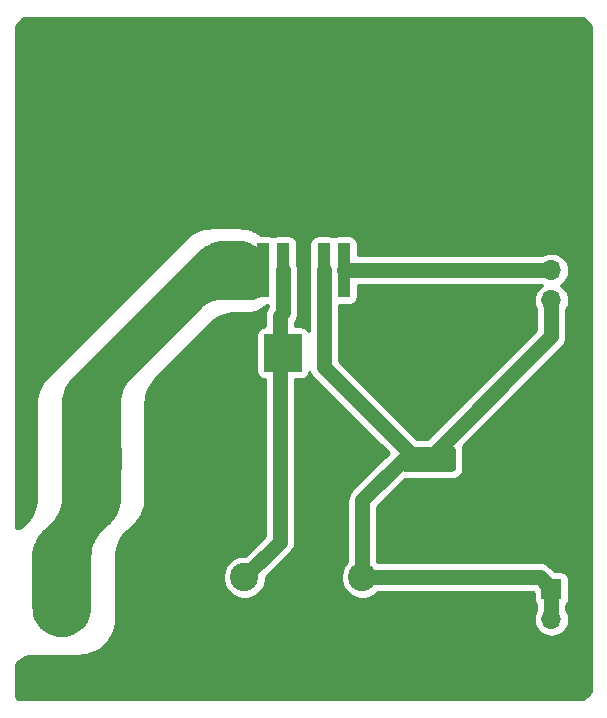
<source format=gbr>
G04 #@! TF.GenerationSoftware,KiCad,Pcbnew,(5.1.2-1)-1*
G04 #@! TF.CreationDate,2020-02-13T23:28:20-08:00*
G04 #@! TF.ProjectId,LM2576,4c4d3235-3736-42e6-9b69-6361645f7063,rev?*
G04 #@! TF.SameCoordinates,Original*
G04 #@! TF.FileFunction,Copper,L1,Top*
G04 #@! TF.FilePolarity,Positive*
%FSLAX46Y46*%
G04 Gerber Fmt 4.6, Leading zero omitted, Abs format (unit mm)*
G04 Created by KiCad (PCBNEW (5.1.2-1)-1) date 2020-02-13 23:28:20*
%MOMM*%
%LPD*%
G04 APERTURE LIST*
%ADD10O,1.700000X1.700000*%
%ADD11R,1.700000X1.700000*%
%ADD12R,10.800000X9.400000*%
%ADD13R,1.100000X4.600000*%
%ADD14C,2.400000*%
%ADD15R,3.200000X3.200000*%
%ADD16O,3.200000X3.200000*%
%ADD17C,0.100000*%
%ADD18C,2.100000*%
%ADD19C,1.270000*%
%ADD20C,0.254000*%
G04 APERTURE END LIST*
D10*
X50960000Y-67500000D03*
D11*
X53500000Y-67500000D03*
D10*
X23000000Y-68000000D03*
D11*
X20460000Y-68000000D03*
D12*
X37000000Y-24850000D03*
D13*
X40400000Y-34000000D03*
X38700000Y-34000000D03*
X37000000Y-34000000D03*
X35300000Y-34000000D03*
X33600000Y-34000000D03*
D14*
X42000000Y-60000000D03*
X32000000Y-60000000D03*
D10*
X58000000Y-36540000D03*
X58000000Y-34000000D03*
D11*
X58000000Y-31460000D03*
D10*
X58000000Y-63540000D03*
D11*
X58000000Y-61000000D03*
D10*
X16000000Y-61000000D03*
D11*
X16000000Y-63540000D03*
D15*
X35260000Y-41000000D03*
D16*
X50500000Y-41000000D03*
D17*
G36*
X58474504Y-48951204D02*
G01*
X58498773Y-48954804D01*
X58522571Y-48960765D01*
X58545671Y-48969030D01*
X58567849Y-48979520D01*
X58588893Y-48992133D01*
X58608598Y-49006747D01*
X58626777Y-49023223D01*
X58643253Y-49041402D01*
X58657867Y-49061107D01*
X58670480Y-49082151D01*
X58680970Y-49104329D01*
X58689235Y-49127429D01*
X58695196Y-49151227D01*
X58698796Y-49175496D01*
X58700000Y-49200000D01*
X58700000Y-50800000D01*
X58698796Y-50824504D01*
X58695196Y-50848773D01*
X58689235Y-50872571D01*
X58680970Y-50895671D01*
X58670480Y-50917849D01*
X58657867Y-50938893D01*
X58643253Y-50958598D01*
X58626777Y-50976777D01*
X58608598Y-50993253D01*
X58588893Y-51007867D01*
X58567849Y-51020480D01*
X58545671Y-51030970D01*
X58522571Y-51039235D01*
X58498773Y-51045196D01*
X58474504Y-51048796D01*
X58450000Y-51050000D01*
X54350000Y-51050000D01*
X54325496Y-51048796D01*
X54301227Y-51045196D01*
X54277429Y-51039235D01*
X54254329Y-51030970D01*
X54232151Y-51020480D01*
X54211107Y-51007867D01*
X54191402Y-50993253D01*
X54173223Y-50976777D01*
X54156747Y-50958598D01*
X54142133Y-50938893D01*
X54129520Y-50917849D01*
X54119030Y-50895671D01*
X54110765Y-50872571D01*
X54104804Y-50848773D01*
X54101204Y-50824504D01*
X54100000Y-50800000D01*
X54100000Y-49200000D01*
X54101204Y-49175496D01*
X54104804Y-49151227D01*
X54110765Y-49127429D01*
X54119030Y-49104329D01*
X54129520Y-49082151D01*
X54142133Y-49061107D01*
X54156747Y-49041402D01*
X54173223Y-49023223D01*
X54191402Y-49006747D01*
X54211107Y-48992133D01*
X54232151Y-48979520D01*
X54254329Y-48969030D01*
X54277429Y-48960765D01*
X54301227Y-48954804D01*
X54325496Y-48951204D01*
X54350000Y-48950000D01*
X58450000Y-48950000D01*
X58474504Y-48951204D01*
X58474504Y-48951204D01*
G37*
D18*
X56400000Y-50000000D03*
D17*
G36*
X49674504Y-48951204D02*
G01*
X49698773Y-48954804D01*
X49722571Y-48960765D01*
X49745671Y-48969030D01*
X49767849Y-48979520D01*
X49788893Y-48992133D01*
X49808598Y-49006747D01*
X49826777Y-49023223D01*
X49843253Y-49041402D01*
X49857867Y-49061107D01*
X49870480Y-49082151D01*
X49880970Y-49104329D01*
X49889235Y-49127429D01*
X49895196Y-49151227D01*
X49898796Y-49175496D01*
X49900000Y-49200000D01*
X49900000Y-50800000D01*
X49898796Y-50824504D01*
X49895196Y-50848773D01*
X49889235Y-50872571D01*
X49880970Y-50895671D01*
X49870480Y-50917849D01*
X49857867Y-50938893D01*
X49843253Y-50958598D01*
X49826777Y-50976777D01*
X49808598Y-50993253D01*
X49788893Y-51007867D01*
X49767849Y-51020480D01*
X49745671Y-51030970D01*
X49722571Y-51039235D01*
X49698773Y-51045196D01*
X49674504Y-51048796D01*
X49650000Y-51050000D01*
X45550000Y-51050000D01*
X45525496Y-51048796D01*
X45501227Y-51045196D01*
X45477429Y-51039235D01*
X45454329Y-51030970D01*
X45432151Y-51020480D01*
X45411107Y-51007867D01*
X45391402Y-50993253D01*
X45373223Y-50976777D01*
X45356747Y-50958598D01*
X45342133Y-50938893D01*
X45329520Y-50917849D01*
X45319030Y-50895671D01*
X45310765Y-50872571D01*
X45304804Y-50848773D01*
X45301204Y-50824504D01*
X45300000Y-50800000D01*
X45300000Y-49200000D01*
X45301204Y-49175496D01*
X45304804Y-49151227D01*
X45310765Y-49127429D01*
X45319030Y-49104329D01*
X45329520Y-49082151D01*
X45342133Y-49061107D01*
X45356747Y-49041402D01*
X45373223Y-49023223D01*
X45391402Y-49006747D01*
X45411107Y-48992133D01*
X45432151Y-48979520D01*
X45454329Y-48969030D01*
X45477429Y-48960765D01*
X45501227Y-48954804D01*
X45525496Y-48951204D01*
X45550000Y-48950000D01*
X49650000Y-48950000D01*
X49674504Y-48951204D01*
X49674504Y-48951204D01*
G37*
D18*
X47600000Y-50000000D03*
D17*
G36*
X28624504Y-48951204D02*
G01*
X28648773Y-48954804D01*
X28672571Y-48960765D01*
X28695671Y-48969030D01*
X28717849Y-48979520D01*
X28738893Y-48992133D01*
X28758598Y-49006747D01*
X28776777Y-49023223D01*
X28793253Y-49041402D01*
X28807867Y-49061107D01*
X28820480Y-49082151D01*
X28830970Y-49104329D01*
X28839235Y-49127429D01*
X28845196Y-49151227D01*
X28848796Y-49175496D01*
X28850000Y-49200000D01*
X28850000Y-50800000D01*
X28848796Y-50824504D01*
X28845196Y-50848773D01*
X28839235Y-50872571D01*
X28830970Y-50895671D01*
X28820480Y-50917849D01*
X28807867Y-50938893D01*
X28793253Y-50958598D01*
X28776777Y-50976777D01*
X28758598Y-50993253D01*
X28738893Y-51007867D01*
X28717849Y-51020480D01*
X28695671Y-51030970D01*
X28672571Y-51039235D01*
X28648773Y-51045196D01*
X28624504Y-51048796D01*
X28600000Y-51050000D01*
X24600000Y-51050000D01*
X24575496Y-51048796D01*
X24551227Y-51045196D01*
X24527429Y-51039235D01*
X24504329Y-51030970D01*
X24482151Y-51020480D01*
X24461107Y-51007867D01*
X24441402Y-50993253D01*
X24423223Y-50976777D01*
X24406747Y-50958598D01*
X24392133Y-50938893D01*
X24379520Y-50917849D01*
X24369030Y-50895671D01*
X24360765Y-50872571D01*
X24354804Y-50848773D01*
X24351204Y-50824504D01*
X24350000Y-50800000D01*
X24350000Y-49200000D01*
X24351204Y-49175496D01*
X24354804Y-49151227D01*
X24360765Y-49127429D01*
X24369030Y-49104329D01*
X24379520Y-49082151D01*
X24392133Y-49061107D01*
X24406747Y-49041402D01*
X24423223Y-49023223D01*
X24441402Y-49006747D01*
X24461107Y-48992133D01*
X24482151Y-48979520D01*
X24504329Y-48969030D01*
X24527429Y-48960765D01*
X24551227Y-48954804D01*
X24575496Y-48951204D01*
X24600000Y-48950000D01*
X28600000Y-48950000D01*
X28624504Y-48951204D01*
X28624504Y-48951204D01*
G37*
D18*
X26600000Y-50000000D03*
D17*
G36*
X21424504Y-48951204D02*
G01*
X21448773Y-48954804D01*
X21472571Y-48960765D01*
X21495671Y-48969030D01*
X21517849Y-48979520D01*
X21538893Y-48992133D01*
X21558598Y-49006747D01*
X21576777Y-49023223D01*
X21593253Y-49041402D01*
X21607867Y-49061107D01*
X21620480Y-49082151D01*
X21630970Y-49104329D01*
X21639235Y-49127429D01*
X21645196Y-49151227D01*
X21648796Y-49175496D01*
X21650000Y-49200000D01*
X21650000Y-50800000D01*
X21648796Y-50824504D01*
X21645196Y-50848773D01*
X21639235Y-50872571D01*
X21630970Y-50895671D01*
X21620480Y-50917849D01*
X21607867Y-50938893D01*
X21593253Y-50958598D01*
X21576777Y-50976777D01*
X21558598Y-50993253D01*
X21538893Y-51007867D01*
X21517849Y-51020480D01*
X21495671Y-51030970D01*
X21472571Y-51039235D01*
X21448773Y-51045196D01*
X21424504Y-51048796D01*
X21400000Y-51050000D01*
X17400000Y-51050000D01*
X17375496Y-51048796D01*
X17351227Y-51045196D01*
X17327429Y-51039235D01*
X17304329Y-51030970D01*
X17282151Y-51020480D01*
X17261107Y-51007867D01*
X17241402Y-50993253D01*
X17223223Y-50976777D01*
X17206747Y-50958598D01*
X17192133Y-50938893D01*
X17179520Y-50917849D01*
X17169030Y-50895671D01*
X17160765Y-50872571D01*
X17154804Y-50848773D01*
X17151204Y-50824504D01*
X17150000Y-50800000D01*
X17150000Y-49200000D01*
X17151204Y-49175496D01*
X17154804Y-49151227D01*
X17160765Y-49127429D01*
X17169030Y-49104329D01*
X17179520Y-49082151D01*
X17192133Y-49061107D01*
X17206747Y-49041402D01*
X17223223Y-49023223D01*
X17241402Y-49006747D01*
X17261107Y-48992133D01*
X17282151Y-48979520D01*
X17304329Y-48969030D01*
X17327429Y-48960765D01*
X17351227Y-48954804D01*
X17375496Y-48951204D01*
X17400000Y-48950000D01*
X21400000Y-48950000D01*
X21424504Y-48951204D01*
X21424504Y-48951204D01*
G37*
D18*
X19400000Y-50000000D03*
D19*
X42000000Y-60000000D02*
X57000000Y-60000000D01*
X57000000Y-60000000D02*
X58000000Y-61000000D01*
X58000000Y-61000000D02*
X58000000Y-63500000D01*
X42000000Y-53500000D02*
X42000000Y-60000000D01*
X45500000Y-50000000D02*
X42000000Y-53500000D01*
X47600000Y-50000000D02*
X45500000Y-50000000D01*
X47600000Y-50000000D02*
X58000000Y-39600000D01*
X58000000Y-39600000D02*
X58000000Y-36500000D01*
X38700000Y-42200000D02*
X46500000Y-50000000D01*
X46500000Y-50000000D02*
X48000000Y-50000000D01*
X38700000Y-34000000D02*
X38700000Y-42200000D01*
X35300000Y-37570000D02*
X35000000Y-37870000D01*
X35300000Y-34000000D02*
X35300000Y-37570000D01*
X35000000Y-37870000D02*
X35000000Y-57000000D01*
X35000000Y-57000000D02*
X32000000Y-60000000D01*
X40400000Y-34000000D02*
X58000000Y-34000000D01*
D20*
G36*
X31809701Y-31647571D02*
G01*
X32114109Y-31708121D01*
X32408001Y-31807885D01*
X32686361Y-31945156D01*
X32944427Y-32117591D01*
X33177772Y-32322228D01*
X33382409Y-32555573D01*
X33554844Y-32813639D01*
X33692115Y-33091999D01*
X33791879Y-33385891D01*
X33852429Y-33690299D01*
X33873000Y-34004156D01*
X33873000Y-34995004D01*
X33855708Y-35214726D01*
X33805428Y-35424157D01*
X33723001Y-35623152D01*
X33610463Y-35806797D01*
X33470579Y-35970579D01*
X33306797Y-36110463D01*
X33123152Y-36223001D01*
X32924157Y-36305428D01*
X32714726Y-36355708D01*
X32495004Y-36373000D01*
X30000000Y-36373000D01*
X29991694Y-36373272D01*
X29676576Y-36393926D01*
X29660106Y-36396094D01*
X29350380Y-36457702D01*
X29334333Y-36462002D01*
X29035297Y-36563511D01*
X29019949Y-36569868D01*
X28736722Y-36709540D01*
X28722335Y-36717846D01*
X28459762Y-36893292D01*
X28446583Y-36903405D01*
X28209156Y-37111623D01*
X28203090Y-37117304D01*
X22288877Y-43031517D01*
X22283983Y-43036694D01*
X22059809Y-43287545D01*
X22050930Y-43298680D01*
X21856251Y-43573053D01*
X21848674Y-43585112D01*
X21685940Y-43879557D01*
X21679760Y-43892388D01*
X21551017Y-44203203D01*
X21546314Y-44216646D01*
X21453180Y-44539920D01*
X21450010Y-44553805D01*
X21393657Y-44885474D01*
X21392063Y-44899626D01*
X21373200Y-45235520D01*
X21373000Y-45242641D01*
X21373000Y-53253799D01*
X21354737Y-53579006D01*
X21300772Y-53896625D01*
X21211591Y-54206177D01*
X21088300Y-54503828D01*
X20932471Y-54785781D01*
X20746049Y-55048516D01*
X20529001Y-55291393D01*
X19788877Y-56031517D01*
X19783983Y-56036694D01*
X19559809Y-56287545D01*
X19550930Y-56298680D01*
X19356251Y-56573053D01*
X19348674Y-56585112D01*
X19185940Y-56879557D01*
X19179760Y-56892388D01*
X19051017Y-57203203D01*
X19046314Y-57216646D01*
X18953180Y-57539920D01*
X18950010Y-57553805D01*
X18893657Y-57885474D01*
X18892063Y-57899626D01*
X18873200Y-58235520D01*
X18873000Y-58242641D01*
X18873000Y-62495844D01*
X18852429Y-62809701D01*
X18791879Y-63114109D01*
X18692115Y-63408001D01*
X18554844Y-63686361D01*
X18382409Y-63944427D01*
X18177772Y-64177772D01*
X17944427Y-64382409D01*
X17686361Y-64554844D01*
X17408001Y-64692115D01*
X17114109Y-64791879D01*
X16809701Y-64852429D01*
X16500000Y-64872728D01*
X16190299Y-64852429D01*
X15885891Y-64791879D01*
X15591999Y-64692115D01*
X15313639Y-64554844D01*
X15055573Y-64382409D01*
X14822228Y-64177772D01*
X14617591Y-63944427D01*
X14445156Y-63686361D01*
X14307885Y-63408001D01*
X14208121Y-63114109D01*
X14147571Y-62809701D01*
X14127000Y-62495844D01*
X14127000Y-58246201D01*
X14145263Y-57920994D01*
X14199228Y-57603375D01*
X14288409Y-57293823D01*
X14411700Y-56996172D01*
X14567529Y-56714219D01*
X14753951Y-56451484D01*
X14970999Y-56208607D01*
X15711123Y-55468483D01*
X15716017Y-55463306D01*
X15940191Y-55212455D01*
X15949070Y-55201320D01*
X16143749Y-54926947D01*
X16151326Y-54914888D01*
X16314060Y-54620443D01*
X16320240Y-54607612D01*
X16448983Y-54296797D01*
X16453686Y-54283354D01*
X16546820Y-53960080D01*
X16549990Y-53946195D01*
X16606343Y-53614526D01*
X16607937Y-53600374D01*
X16626800Y-53264480D01*
X16627000Y-53257359D01*
X16627000Y-45246201D01*
X16645263Y-44920994D01*
X16699228Y-44603375D01*
X16788409Y-44293823D01*
X16911700Y-43996172D01*
X17067529Y-43714219D01*
X17253951Y-43451484D01*
X17470999Y-43208607D01*
X28208607Y-32470999D01*
X28451484Y-32253951D01*
X28714219Y-32067529D01*
X28996172Y-31911700D01*
X29293823Y-31788409D01*
X29603375Y-31699228D01*
X29920994Y-31645263D01*
X30246201Y-31627000D01*
X31495844Y-31627000D01*
X31809701Y-31647571D01*
X31809701Y-31647571D01*
G37*
X31809701Y-31647571D02*
X32114109Y-31708121D01*
X32408001Y-31807885D01*
X32686361Y-31945156D01*
X32944427Y-32117591D01*
X33177772Y-32322228D01*
X33382409Y-32555573D01*
X33554844Y-32813639D01*
X33692115Y-33091999D01*
X33791879Y-33385891D01*
X33852429Y-33690299D01*
X33873000Y-34004156D01*
X33873000Y-34995004D01*
X33855708Y-35214726D01*
X33805428Y-35424157D01*
X33723001Y-35623152D01*
X33610463Y-35806797D01*
X33470579Y-35970579D01*
X33306797Y-36110463D01*
X33123152Y-36223001D01*
X32924157Y-36305428D01*
X32714726Y-36355708D01*
X32495004Y-36373000D01*
X30000000Y-36373000D01*
X29991694Y-36373272D01*
X29676576Y-36393926D01*
X29660106Y-36396094D01*
X29350380Y-36457702D01*
X29334333Y-36462002D01*
X29035297Y-36563511D01*
X29019949Y-36569868D01*
X28736722Y-36709540D01*
X28722335Y-36717846D01*
X28459762Y-36893292D01*
X28446583Y-36903405D01*
X28209156Y-37111623D01*
X28203090Y-37117304D01*
X22288877Y-43031517D01*
X22283983Y-43036694D01*
X22059809Y-43287545D01*
X22050930Y-43298680D01*
X21856251Y-43573053D01*
X21848674Y-43585112D01*
X21685940Y-43879557D01*
X21679760Y-43892388D01*
X21551017Y-44203203D01*
X21546314Y-44216646D01*
X21453180Y-44539920D01*
X21450010Y-44553805D01*
X21393657Y-44885474D01*
X21392063Y-44899626D01*
X21373200Y-45235520D01*
X21373000Y-45242641D01*
X21373000Y-53253799D01*
X21354737Y-53579006D01*
X21300772Y-53896625D01*
X21211591Y-54206177D01*
X21088300Y-54503828D01*
X20932471Y-54785781D01*
X20746049Y-55048516D01*
X20529001Y-55291393D01*
X19788877Y-56031517D01*
X19783983Y-56036694D01*
X19559809Y-56287545D01*
X19550930Y-56298680D01*
X19356251Y-56573053D01*
X19348674Y-56585112D01*
X19185940Y-56879557D01*
X19179760Y-56892388D01*
X19051017Y-57203203D01*
X19046314Y-57216646D01*
X18953180Y-57539920D01*
X18950010Y-57553805D01*
X18893657Y-57885474D01*
X18892063Y-57899626D01*
X18873200Y-58235520D01*
X18873000Y-58242641D01*
X18873000Y-62495844D01*
X18852429Y-62809701D01*
X18791879Y-63114109D01*
X18692115Y-63408001D01*
X18554844Y-63686361D01*
X18382409Y-63944427D01*
X18177772Y-64177772D01*
X17944427Y-64382409D01*
X17686361Y-64554844D01*
X17408001Y-64692115D01*
X17114109Y-64791879D01*
X16809701Y-64852429D01*
X16500000Y-64872728D01*
X16190299Y-64852429D01*
X15885891Y-64791879D01*
X15591999Y-64692115D01*
X15313639Y-64554844D01*
X15055573Y-64382409D01*
X14822228Y-64177772D01*
X14617591Y-63944427D01*
X14445156Y-63686361D01*
X14307885Y-63408001D01*
X14208121Y-63114109D01*
X14147571Y-62809701D01*
X14127000Y-62495844D01*
X14127000Y-58246201D01*
X14145263Y-57920994D01*
X14199228Y-57603375D01*
X14288409Y-57293823D01*
X14411700Y-56996172D01*
X14567529Y-56714219D01*
X14753951Y-56451484D01*
X14970999Y-56208607D01*
X15711123Y-55468483D01*
X15716017Y-55463306D01*
X15940191Y-55212455D01*
X15949070Y-55201320D01*
X16143749Y-54926947D01*
X16151326Y-54914888D01*
X16314060Y-54620443D01*
X16320240Y-54607612D01*
X16448983Y-54296797D01*
X16453686Y-54283354D01*
X16546820Y-53960080D01*
X16549990Y-53946195D01*
X16606343Y-53614526D01*
X16607937Y-53600374D01*
X16626800Y-53264480D01*
X16627000Y-53257359D01*
X16627000Y-45246201D01*
X16645263Y-44920994D01*
X16699228Y-44603375D01*
X16788409Y-44293823D01*
X16911700Y-43996172D01*
X17067529Y-43714219D01*
X17253951Y-43451484D01*
X17470999Y-43208607D01*
X28208607Y-32470999D01*
X28451484Y-32253951D01*
X28714219Y-32067529D01*
X28996172Y-31911700D01*
X29293823Y-31788409D01*
X29603375Y-31699228D01*
X29920994Y-31645263D01*
X30246201Y-31627000D01*
X31495844Y-31627000D01*
X31809701Y-31647571D01*
G36*
X60791156Y-12753951D02*
G01*
X61031376Y-12968624D01*
X61246049Y-13208844D01*
X61340000Y-13341254D01*
X61340001Y-61967581D01*
X61340000Y-69658745D01*
X61246049Y-69791156D01*
X61031376Y-70031376D01*
X60791156Y-70246049D01*
X60658746Y-70340000D01*
X12850496Y-70340000D01*
X12749005Y-70250995D01*
X12660000Y-70149504D01*
X12660000Y-67350496D01*
X12749005Y-67249005D01*
X12957767Y-67065926D01*
X13188635Y-66911665D01*
X13437670Y-66788855D01*
X13700594Y-66699604D01*
X13972932Y-66645432D01*
X14254156Y-66627000D01*
X18000000Y-66627000D01*
X18007121Y-66626800D01*
X18343014Y-66607937D01*
X18357166Y-66606343D01*
X18688836Y-66549990D01*
X18702721Y-66546820D01*
X19025995Y-66453686D01*
X19039438Y-66448983D01*
X19350252Y-66320240D01*
X19363083Y-66314060D01*
X19657528Y-66151326D01*
X19669587Y-66143749D01*
X19943960Y-65949070D01*
X19955095Y-65940191D01*
X20205946Y-65716017D01*
X20216017Y-65705946D01*
X20440191Y-65455095D01*
X20449070Y-65443960D01*
X20643749Y-65169587D01*
X20651326Y-65157528D01*
X20814060Y-64863083D01*
X20820240Y-64850252D01*
X20948983Y-64539438D01*
X20953686Y-64525995D01*
X21046820Y-64202721D01*
X21049990Y-64188836D01*
X21106343Y-63857166D01*
X21107937Y-63843014D01*
X21126800Y-63507121D01*
X21127000Y-63500000D01*
X21127000Y-58246201D01*
X21145263Y-57920994D01*
X21199228Y-57603375D01*
X21288409Y-57293823D01*
X21411700Y-56996172D01*
X21567529Y-56714219D01*
X21753951Y-56451484D01*
X21970999Y-56208607D01*
X22711123Y-55468483D01*
X22716017Y-55463306D01*
X22940191Y-55212455D01*
X22949070Y-55201320D01*
X23143749Y-54926947D01*
X23151326Y-54914888D01*
X23314060Y-54620443D01*
X23320240Y-54607612D01*
X23448983Y-54296797D01*
X23453686Y-54283354D01*
X23546820Y-53960080D01*
X23549990Y-53946195D01*
X23606343Y-53614526D01*
X23607937Y-53600374D01*
X23626800Y-53264480D01*
X23627000Y-53257359D01*
X23627000Y-45246201D01*
X23645263Y-44920994D01*
X23699228Y-44603375D01*
X23788409Y-44293823D01*
X23911700Y-43996172D01*
X24067529Y-43714219D01*
X24253951Y-43451484D01*
X24470999Y-43208607D01*
X29208607Y-38470999D01*
X29451484Y-38253951D01*
X29714219Y-38067529D01*
X29996172Y-37911700D01*
X30293823Y-37788409D01*
X30603375Y-37699228D01*
X30920994Y-37645263D01*
X31246201Y-37627000D01*
X32250000Y-37627000D01*
X32258306Y-37626728D01*
X32551990Y-37607479D01*
X32568461Y-37605311D01*
X32857120Y-37547893D01*
X32873166Y-37543593D01*
X33151861Y-37448989D01*
X33167209Y-37442632D01*
X33431171Y-37312460D01*
X33445557Y-37304154D01*
X33690270Y-37140642D01*
X33703450Y-37130529D01*
X33922905Y-36938072D01*
X34030001Y-36938072D01*
X34030001Y-37050037D01*
X33938925Y-37161013D01*
X33820997Y-37381642D01*
X33748377Y-37621038D01*
X33730000Y-37807621D01*
X33730000Y-37807627D01*
X33723857Y-37870000D01*
X33730000Y-37932373D01*
X33730000Y-38761928D01*
X33660000Y-38761928D01*
X33535518Y-38774188D01*
X33415820Y-38810498D01*
X33305506Y-38869463D01*
X33208815Y-38948815D01*
X33129463Y-39045506D01*
X33070498Y-39155820D01*
X33034188Y-39275518D01*
X33021928Y-39400000D01*
X33021928Y-42600000D01*
X33034188Y-42724482D01*
X33070498Y-42844180D01*
X33129463Y-42954494D01*
X33208815Y-43051185D01*
X33305506Y-43130537D01*
X33415820Y-43189502D01*
X33535518Y-43225812D01*
X33660000Y-43238072D01*
X33730000Y-43238072D01*
X33730001Y-56473947D01*
X32038949Y-58165000D01*
X31819268Y-58165000D01*
X31464750Y-58235518D01*
X31130801Y-58373844D01*
X30830256Y-58574662D01*
X30574662Y-58830256D01*
X30373844Y-59130801D01*
X30235518Y-59464750D01*
X30165000Y-59819268D01*
X30165000Y-60180732D01*
X30235518Y-60535250D01*
X30373844Y-60869199D01*
X30574662Y-61169744D01*
X30830256Y-61425338D01*
X31130801Y-61626156D01*
X31464750Y-61764482D01*
X31819268Y-61835000D01*
X32180732Y-61835000D01*
X32535250Y-61764482D01*
X32869199Y-61626156D01*
X33169744Y-61425338D01*
X33425338Y-61169744D01*
X33626156Y-60869199D01*
X33764482Y-60535250D01*
X33835000Y-60180732D01*
X33835000Y-59961051D01*
X35853920Y-57942132D01*
X35902370Y-57902370D01*
X35942132Y-57853920D01*
X35942135Y-57853917D01*
X35983171Y-57803914D01*
X36061075Y-57708988D01*
X36179003Y-57488359D01*
X36251623Y-57248963D01*
X36270000Y-57062380D01*
X36276144Y-57000000D01*
X36270000Y-56937620D01*
X36270000Y-43238072D01*
X36860000Y-43238072D01*
X36984482Y-43225812D01*
X37104180Y-43189502D01*
X37214494Y-43130537D01*
X37311185Y-43051185D01*
X37390537Y-42954494D01*
X37449502Y-42844180D01*
X37485812Y-42724482D01*
X37497122Y-42609650D01*
X37520998Y-42688359D01*
X37638926Y-42908988D01*
X37797631Y-43102370D01*
X37846087Y-43142137D01*
X44203949Y-49500000D01*
X41146091Y-52557859D01*
X41097630Y-52597630D01*
X40938925Y-52791013D01*
X40820997Y-53011642D01*
X40748377Y-53251038D01*
X40730000Y-53437621D01*
X40730000Y-53437627D01*
X40723857Y-53500000D01*
X40730000Y-53562373D01*
X40730001Y-58674917D01*
X40574662Y-58830256D01*
X40373844Y-59130801D01*
X40235518Y-59464750D01*
X40165000Y-59819268D01*
X40165000Y-60180732D01*
X40235518Y-60535250D01*
X40373844Y-60869199D01*
X40574662Y-61169744D01*
X40830256Y-61425338D01*
X41130801Y-61626156D01*
X41464750Y-61764482D01*
X41819268Y-61835000D01*
X42180732Y-61835000D01*
X42535250Y-61764482D01*
X42869199Y-61626156D01*
X43169744Y-61425338D01*
X43325082Y-61270000D01*
X56473950Y-61270000D01*
X56511928Y-61307978D01*
X56511928Y-61850000D01*
X56524188Y-61974482D01*
X56560498Y-62094180D01*
X56619463Y-62204494D01*
X56698815Y-62301185D01*
X56730001Y-62326778D01*
X56730001Y-62765790D01*
X56621401Y-62968966D01*
X56536487Y-63248889D01*
X56507815Y-63540000D01*
X56536487Y-63831111D01*
X56621401Y-64111034D01*
X56759294Y-64369014D01*
X56944866Y-64595134D01*
X57170986Y-64780706D01*
X57428966Y-64918599D01*
X57708889Y-65003513D01*
X57927050Y-65025000D01*
X58072950Y-65025000D01*
X58291111Y-65003513D01*
X58571034Y-64918599D01*
X58829014Y-64780706D01*
X59055134Y-64595134D01*
X59240706Y-64369014D01*
X59378599Y-64111034D01*
X59463513Y-63831111D01*
X59492185Y-63540000D01*
X59463513Y-63248889D01*
X59378599Y-62968966D01*
X59270000Y-62765791D01*
X59270000Y-62326778D01*
X59301185Y-62301185D01*
X59380537Y-62204494D01*
X59439502Y-62094180D01*
X59475812Y-61974482D01*
X59488072Y-61850000D01*
X59488072Y-60150000D01*
X59475812Y-60025518D01*
X59439502Y-59905820D01*
X59380537Y-59795506D01*
X59301185Y-59698815D01*
X59204494Y-59619463D01*
X59094180Y-59560498D01*
X58974482Y-59524188D01*
X58850000Y-59511928D01*
X58307978Y-59511928D01*
X57942141Y-59146091D01*
X57902370Y-59097630D01*
X57708988Y-58938925D01*
X57488359Y-58820997D01*
X57248963Y-58748377D01*
X57062380Y-58730000D01*
X57062373Y-58730000D01*
X57000000Y-58723857D01*
X56937627Y-58730000D01*
X43325082Y-58730000D01*
X43270000Y-58674918D01*
X43270000Y-54026050D01*
X45607979Y-51688072D01*
X49650000Y-51688072D01*
X49823254Y-51671008D01*
X49989850Y-51620472D01*
X50143386Y-51538405D01*
X50277962Y-51427962D01*
X50388405Y-51293386D01*
X50470472Y-51139850D01*
X50521008Y-50973254D01*
X50538072Y-50800000D01*
X50538072Y-49200000D01*
X50521008Y-49026746D01*
X50485700Y-48910350D01*
X58853915Y-40542136D01*
X58902370Y-40502370D01*
X59061075Y-40308988D01*
X59179003Y-40088359D01*
X59251623Y-39848963D01*
X59270000Y-39662380D01*
X59270000Y-39662374D01*
X59276143Y-39600001D01*
X59270000Y-39537628D01*
X59270000Y-37314209D01*
X59378599Y-37111034D01*
X59463513Y-36831111D01*
X59492185Y-36540000D01*
X59463513Y-36248889D01*
X59378599Y-35968966D01*
X59240706Y-35710986D01*
X59055134Y-35484866D01*
X58829014Y-35299294D01*
X58774209Y-35270000D01*
X58829014Y-35240706D01*
X59055134Y-35055134D01*
X59240706Y-34829014D01*
X59378599Y-34571034D01*
X59463513Y-34291111D01*
X59492185Y-34000000D01*
X59463513Y-33708889D01*
X59378599Y-33428966D01*
X59240706Y-33170986D01*
X59055134Y-32944866D01*
X58829014Y-32759294D01*
X58571034Y-32621401D01*
X58291111Y-32536487D01*
X58072950Y-32515000D01*
X57927050Y-32515000D01*
X57708889Y-32536487D01*
X57428966Y-32621401D01*
X57225791Y-32730000D01*
X41588072Y-32730000D01*
X41588072Y-31700000D01*
X41575812Y-31575518D01*
X41539502Y-31455820D01*
X41480537Y-31345506D01*
X41401185Y-31248815D01*
X41304494Y-31169463D01*
X41194180Y-31110498D01*
X41074482Y-31074188D01*
X40950000Y-31061928D01*
X39850000Y-31061928D01*
X39725518Y-31074188D01*
X39605820Y-31110498D01*
X39550000Y-31140335D01*
X39494180Y-31110498D01*
X39374482Y-31074188D01*
X39250000Y-31061928D01*
X38150000Y-31061928D01*
X38025518Y-31074188D01*
X37905820Y-31110498D01*
X37795506Y-31169463D01*
X37698815Y-31248815D01*
X37619463Y-31345506D01*
X37560498Y-31455820D01*
X37524188Y-31575518D01*
X37511928Y-31700000D01*
X37511928Y-33541538D01*
X37448377Y-33751038D01*
X37430000Y-33937621D01*
X37430001Y-39119336D01*
X37390537Y-39045506D01*
X37311185Y-38948815D01*
X37214494Y-38869463D01*
X37104180Y-38810498D01*
X36984482Y-38774188D01*
X36860000Y-38761928D01*
X36270000Y-38761928D01*
X36270000Y-38389963D01*
X36361075Y-38278988D01*
X36479003Y-38058359D01*
X36551623Y-37818963D01*
X36570000Y-37632380D01*
X36570000Y-37632374D01*
X36576143Y-37570001D01*
X36570000Y-37507628D01*
X36570000Y-33937620D01*
X36551623Y-33751037D01*
X36488072Y-33541537D01*
X36488072Y-31700000D01*
X36475812Y-31575518D01*
X36439502Y-31455820D01*
X36380537Y-31345506D01*
X36301185Y-31248815D01*
X36204494Y-31169463D01*
X36094180Y-31110498D01*
X35974482Y-31074188D01*
X35850000Y-31061928D01*
X34750000Y-31061928D01*
X34625518Y-31074188D01*
X34505820Y-31110498D01*
X34450000Y-31140335D01*
X34394180Y-31110498D01*
X34274482Y-31074188D01*
X34150000Y-31061928D01*
X33457466Y-31061928D01*
X33455095Y-31059809D01*
X33443960Y-31050930D01*
X33169587Y-30856251D01*
X33157528Y-30848674D01*
X32863083Y-30685940D01*
X32850252Y-30679760D01*
X32539438Y-30551017D01*
X32525995Y-30546314D01*
X32202721Y-30453180D01*
X32188836Y-30450010D01*
X31857166Y-30393657D01*
X31843014Y-30392063D01*
X31507121Y-30373200D01*
X31500000Y-30373000D01*
X29242641Y-30373000D01*
X29235520Y-30373200D01*
X28899626Y-30392063D01*
X28885474Y-30393657D01*
X28553805Y-30450010D01*
X28539920Y-30453180D01*
X28216646Y-30546314D01*
X28203203Y-30551017D01*
X27892388Y-30679760D01*
X27879557Y-30685940D01*
X27585112Y-30848674D01*
X27573053Y-30856251D01*
X27298680Y-31050930D01*
X27287545Y-31059809D01*
X27036694Y-31283983D01*
X27031517Y-31288877D01*
X15288877Y-43031517D01*
X15283983Y-43036694D01*
X15059809Y-43287545D01*
X15050930Y-43298680D01*
X14856251Y-43573053D01*
X14848674Y-43585112D01*
X14685940Y-43879557D01*
X14679760Y-43892388D01*
X14551017Y-44203203D01*
X14546314Y-44216646D01*
X14453180Y-44539920D01*
X14450010Y-44553805D01*
X14393657Y-44885474D01*
X14392063Y-44899626D01*
X14373200Y-45235520D01*
X14373000Y-45242641D01*
X14373000Y-53253799D01*
X14354737Y-53579006D01*
X14300772Y-53896625D01*
X14211591Y-54206177D01*
X14088300Y-54503828D01*
X13932471Y-54785781D01*
X13746049Y-55048516D01*
X13529001Y-55291393D01*
X13165488Y-55654906D01*
X13048004Y-55747523D01*
X12918988Y-55807000D01*
X12779648Y-55834717D01*
X12660000Y-55830016D01*
X12660000Y-13341254D01*
X12753951Y-13208844D01*
X12968624Y-12968624D01*
X13208844Y-12753951D01*
X13341254Y-12660000D01*
X60658746Y-12660000D01*
X60791156Y-12753951D01*
X60791156Y-12753951D01*
G37*
X60791156Y-12753951D02*
X61031376Y-12968624D01*
X61246049Y-13208844D01*
X61340000Y-13341254D01*
X61340001Y-61967581D01*
X61340000Y-69658745D01*
X61246049Y-69791156D01*
X61031376Y-70031376D01*
X60791156Y-70246049D01*
X60658746Y-70340000D01*
X12850496Y-70340000D01*
X12749005Y-70250995D01*
X12660000Y-70149504D01*
X12660000Y-67350496D01*
X12749005Y-67249005D01*
X12957767Y-67065926D01*
X13188635Y-66911665D01*
X13437670Y-66788855D01*
X13700594Y-66699604D01*
X13972932Y-66645432D01*
X14254156Y-66627000D01*
X18000000Y-66627000D01*
X18007121Y-66626800D01*
X18343014Y-66607937D01*
X18357166Y-66606343D01*
X18688836Y-66549990D01*
X18702721Y-66546820D01*
X19025995Y-66453686D01*
X19039438Y-66448983D01*
X19350252Y-66320240D01*
X19363083Y-66314060D01*
X19657528Y-66151326D01*
X19669587Y-66143749D01*
X19943960Y-65949070D01*
X19955095Y-65940191D01*
X20205946Y-65716017D01*
X20216017Y-65705946D01*
X20440191Y-65455095D01*
X20449070Y-65443960D01*
X20643749Y-65169587D01*
X20651326Y-65157528D01*
X20814060Y-64863083D01*
X20820240Y-64850252D01*
X20948983Y-64539438D01*
X20953686Y-64525995D01*
X21046820Y-64202721D01*
X21049990Y-64188836D01*
X21106343Y-63857166D01*
X21107937Y-63843014D01*
X21126800Y-63507121D01*
X21127000Y-63500000D01*
X21127000Y-58246201D01*
X21145263Y-57920994D01*
X21199228Y-57603375D01*
X21288409Y-57293823D01*
X21411700Y-56996172D01*
X21567529Y-56714219D01*
X21753951Y-56451484D01*
X21970999Y-56208607D01*
X22711123Y-55468483D01*
X22716017Y-55463306D01*
X22940191Y-55212455D01*
X22949070Y-55201320D01*
X23143749Y-54926947D01*
X23151326Y-54914888D01*
X23314060Y-54620443D01*
X23320240Y-54607612D01*
X23448983Y-54296797D01*
X23453686Y-54283354D01*
X23546820Y-53960080D01*
X23549990Y-53946195D01*
X23606343Y-53614526D01*
X23607937Y-53600374D01*
X23626800Y-53264480D01*
X23627000Y-53257359D01*
X23627000Y-45246201D01*
X23645263Y-44920994D01*
X23699228Y-44603375D01*
X23788409Y-44293823D01*
X23911700Y-43996172D01*
X24067529Y-43714219D01*
X24253951Y-43451484D01*
X24470999Y-43208607D01*
X29208607Y-38470999D01*
X29451484Y-38253951D01*
X29714219Y-38067529D01*
X29996172Y-37911700D01*
X30293823Y-37788409D01*
X30603375Y-37699228D01*
X30920994Y-37645263D01*
X31246201Y-37627000D01*
X32250000Y-37627000D01*
X32258306Y-37626728D01*
X32551990Y-37607479D01*
X32568461Y-37605311D01*
X32857120Y-37547893D01*
X32873166Y-37543593D01*
X33151861Y-37448989D01*
X33167209Y-37442632D01*
X33431171Y-37312460D01*
X33445557Y-37304154D01*
X33690270Y-37140642D01*
X33703450Y-37130529D01*
X33922905Y-36938072D01*
X34030001Y-36938072D01*
X34030001Y-37050037D01*
X33938925Y-37161013D01*
X33820997Y-37381642D01*
X33748377Y-37621038D01*
X33730000Y-37807621D01*
X33730000Y-37807627D01*
X33723857Y-37870000D01*
X33730000Y-37932373D01*
X33730000Y-38761928D01*
X33660000Y-38761928D01*
X33535518Y-38774188D01*
X33415820Y-38810498D01*
X33305506Y-38869463D01*
X33208815Y-38948815D01*
X33129463Y-39045506D01*
X33070498Y-39155820D01*
X33034188Y-39275518D01*
X33021928Y-39400000D01*
X33021928Y-42600000D01*
X33034188Y-42724482D01*
X33070498Y-42844180D01*
X33129463Y-42954494D01*
X33208815Y-43051185D01*
X33305506Y-43130537D01*
X33415820Y-43189502D01*
X33535518Y-43225812D01*
X33660000Y-43238072D01*
X33730000Y-43238072D01*
X33730001Y-56473947D01*
X32038949Y-58165000D01*
X31819268Y-58165000D01*
X31464750Y-58235518D01*
X31130801Y-58373844D01*
X30830256Y-58574662D01*
X30574662Y-58830256D01*
X30373844Y-59130801D01*
X30235518Y-59464750D01*
X30165000Y-59819268D01*
X30165000Y-60180732D01*
X30235518Y-60535250D01*
X30373844Y-60869199D01*
X30574662Y-61169744D01*
X30830256Y-61425338D01*
X31130801Y-61626156D01*
X31464750Y-61764482D01*
X31819268Y-61835000D01*
X32180732Y-61835000D01*
X32535250Y-61764482D01*
X32869199Y-61626156D01*
X33169744Y-61425338D01*
X33425338Y-61169744D01*
X33626156Y-60869199D01*
X33764482Y-60535250D01*
X33835000Y-60180732D01*
X33835000Y-59961051D01*
X35853920Y-57942132D01*
X35902370Y-57902370D01*
X35942132Y-57853920D01*
X35942135Y-57853917D01*
X35983171Y-57803914D01*
X36061075Y-57708988D01*
X36179003Y-57488359D01*
X36251623Y-57248963D01*
X36270000Y-57062380D01*
X36276144Y-57000000D01*
X36270000Y-56937620D01*
X36270000Y-43238072D01*
X36860000Y-43238072D01*
X36984482Y-43225812D01*
X37104180Y-43189502D01*
X37214494Y-43130537D01*
X37311185Y-43051185D01*
X37390537Y-42954494D01*
X37449502Y-42844180D01*
X37485812Y-42724482D01*
X37497122Y-42609650D01*
X37520998Y-42688359D01*
X37638926Y-42908988D01*
X37797631Y-43102370D01*
X37846087Y-43142137D01*
X44203949Y-49500000D01*
X41146091Y-52557859D01*
X41097630Y-52597630D01*
X40938925Y-52791013D01*
X40820997Y-53011642D01*
X40748377Y-53251038D01*
X40730000Y-53437621D01*
X40730000Y-53437627D01*
X40723857Y-53500000D01*
X40730000Y-53562373D01*
X40730001Y-58674917D01*
X40574662Y-58830256D01*
X40373844Y-59130801D01*
X40235518Y-59464750D01*
X40165000Y-59819268D01*
X40165000Y-60180732D01*
X40235518Y-60535250D01*
X40373844Y-60869199D01*
X40574662Y-61169744D01*
X40830256Y-61425338D01*
X41130801Y-61626156D01*
X41464750Y-61764482D01*
X41819268Y-61835000D01*
X42180732Y-61835000D01*
X42535250Y-61764482D01*
X42869199Y-61626156D01*
X43169744Y-61425338D01*
X43325082Y-61270000D01*
X56473950Y-61270000D01*
X56511928Y-61307978D01*
X56511928Y-61850000D01*
X56524188Y-61974482D01*
X56560498Y-62094180D01*
X56619463Y-62204494D01*
X56698815Y-62301185D01*
X56730001Y-62326778D01*
X56730001Y-62765790D01*
X56621401Y-62968966D01*
X56536487Y-63248889D01*
X56507815Y-63540000D01*
X56536487Y-63831111D01*
X56621401Y-64111034D01*
X56759294Y-64369014D01*
X56944866Y-64595134D01*
X57170986Y-64780706D01*
X57428966Y-64918599D01*
X57708889Y-65003513D01*
X57927050Y-65025000D01*
X58072950Y-65025000D01*
X58291111Y-65003513D01*
X58571034Y-64918599D01*
X58829014Y-64780706D01*
X59055134Y-64595134D01*
X59240706Y-64369014D01*
X59378599Y-64111034D01*
X59463513Y-63831111D01*
X59492185Y-63540000D01*
X59463513Y-63248889D01*
X59378599Y-62968966D01*
X59270000Y-62765791D01*
X59270000Y-62326778D01*
X59301185Y-62301185D01*
X59380537Y-62204494D01*
X59439502Y-62094180D01*
X59475812Y-61974482D01*
X59488072Y-61850000D01*
X59488072Y-60150000D01*
X59475812Y-60025518D01*
X59439502Y-59905820D01*
X59380537Y-59795506D01*
X59301185Y-59698815D01*
X59204494Y-59619463D01*
X59094180Y-59560498D01*
X58974482Y-59524188D01*
X58850000Y-59511928D01*
X58307978Y-59511928D01*
X57942141Y-59146091D01*
X57902370Y-59097630D01*
X57708988Y-58938925D01*
X57488359Y-58820997D01*
X57248963Y-58748377D01*
X57062380Y-58730000D01*
X57062373Y-58730000D01*
X57000000Y-58723857D01*
X56937627Y-58730000D01*
X43325082Y-58730000D01*
X43270000Y-58674918D01*
X43270000Y-54026050D01*
X45607979Y-51688072D01*
X49650000Y-51688072D01*
X49823254Y-51671008D01*
X49989850Y-51620472D01*
X50143386Y-51538405D01*
X50277962Y-51427962D01*
X50388405Y-51293386D01*
X50470472Y-51139850D01*
X50521008Y-50973254D01*
X50538072Y-50800000D01*
X50538072Y-49200000D01*
X50521008Y-49026746D01*
X50485700Y-48910350D01*
X58853915Y-40542136D01*
X58902370Y-40502370D01*
X59061075Y-40308988D01*
X59179003Y-40088359D01*
X59251623Y-39848963D01*
X59270000Y-39662380D01*
X59270000Y-39662374D01*
X59276143Y-39600001D01*
X59270000Y-39537628D01*
X59270000Y-37314209D01*
X59378599Y-37111034D01*
X59463513Y-36831111D01*
X59492185Y-36540000D01*
X59463513Y-36248889D01*
X59378599Y-35968966D01*
X59240706Y-35710986D01*
X59055134Y-35484866D01*
X58829014Y-35299294D01*
X58774209Y-35270000D01*
X58829014Y-35240706D01*
X59055134Y-35055134D01*
X59240706Y-34829014D01*
X59378599Y-34571034D01*
X59463513Y-34291111D01*
X59492185Y-34000000D01*
X59463513Y-33708889D01*
X59378599Y-33428966D01*
X59240706Y-33170986D01*
X59055134Y-32944866D01*
X58829014Y-32759294D01*
X58571034Y-32621401D01*
X58291111Y-32536487D01*
X58072950Y-32515000D01*
X57927050Y-32515000D01*
X57708889Y-32536487D01*
X57428966Y-32621401D01*
X57225791Y-32730000D01*
X41588072Y-32730000D01*
X41588072Y-31700000D01*
X41575812Y-31575518D01*
X41539502Y-31455820D01*
X41480537Y-31345506D01*
X41401185Y-31248815D01*
X41304494Y-31169463D01*
X41194180Y-31110498D01*
X41074482Y-31074188D01*
X40950000Y-31061928D01*
X39850000Y-31061928D01*
X39725518Y-31074188D01*
X39605820Y-31110498D01*
X39550000Y-31140335D01*
X39494180Y-31110498D01*
X39374482Y-31074188D01*
X39250000Y-31061928D01*
X38150000Y-31061928D01*
X38025518Y-31074188D01*
X37905820Y-31110498D01*
X37795506Y-31169463D01*
X37698815Y-31248815D01*
X37619463Y-31345506D01*
X37560498Y-31455820D01*
X37524188Y-31575518D01*
X37511928Y-31700000D01*
X37511928Y-33541538D01*
X37448377Y-33751038D01*
X37430000Y-33937621D01*
X37430001Y-39119336D01*
X37390537Y-39045506D01*
X37311185Y-38948815D01*
X37214494Y-38869463D01*
X37104180Y-38810498D01*
X36984482Y-38774188D01*
X36860000Y-38761928D01*
X36270000Y-38761928D01*
X36270000Y-38389963D01*
X36361075Y-38278988D01*
X36479003Y-38058359D01*
X36551623Y-37818963D01*
X36570000Y-37632380D01*
X36570000Y-37632374D01*
X36576143Y-37570001D01*
X36570000Y-37507628D01*
X36570000Y-33937620D01*
X36551623Y-33751037D01*
X36488072Y-33541537D01*
X36488072Y-31700000D01*
X36475812Y-31575518D01*
X36439502Y-31455820D01*
X36380537Y-31345506D01*
X36301185Y-31248815D01*
X36204494Y-31169463D01*
X36094180Y-31110498D01*
X35974482Y-31074188D01*
X35850000Y-31061928D01*
X34750000Y-31061928D01*
X34625518Y-31074188D01*
X34505820Y-31110498D01*
X34450000Y-31140335D01*
X34394180Y-31110498D01*
X34274482Y-31074188D01*
X34150000Y-31061928D01*
X33457466Y-31061928D01*
X33455095Y-31059809D01*
X33443960Y-31050930D01*
X33169587Y-30856251D01*
X33157528Y-30848674D01*
X32863083Y-30685940D01*
X32850252Y-30679760D01*
X32539438Y-30551017D01*
X32525995Y-30546314D01*
X32202721Y-30453180D01*
X32188836Y-30450010D01*
X31857166Y-30393657D01*
X31843014Y-30392063D01*
X31507121Y-30373200D01*
X31500000Y-30373000D01*
X29242641Y-30373000D01*
X29235520Y-30373200D01*
X28899626Y-30392063D01*
X28885474Y-30393657D01*
X28553805Y-30450010D01*
X28539920Y-30453180D01*
X28216646Y-30546314D01*
X28203203Y-30551017D01*
X27892388Y-30679760D01*
X27879557Y-30685940D01*
X27585112Y-30848674D01*
X27573053Y-30856251D01*
X27298680Y-31050930D01*
X27287545Y-31059809D01*
X27036694Y-31283983D01*
X27031517Y-31288877D01*
X15288877Y-43031517D01*
X15283983Y-43036694D01*
X15059809Y-43287545D01*
X15050930Y-43298680D01*
X14856251Y-43573053D01*
X14848674Y-43585112D01*
X14685940Y-43879557D01*
X14679760Y-43892388D01*
X14551017Y-44203203D01*
X14546314Y-44216646D01*
X14453180Y-44539920D01*
X14450010Y-44553805D01*
X14393657Y-44885474D01*
X14392063Y-44899626D01*
X14373200Y-45235520D01*
X14373000Y-45242641D01*
X14373000Y-53253799D01*
X14354737Y-53579006D01*
X14300772Y-53896625D01*
X14211591Y-54206177D01*
X14088300Y-54503828D01*
X13932471Y-54785781D01*
X13746049Y-55048516D01*
X13529001Y-55291393D01*
X13165488Y-55654906D01*
X13048004Y-55747523D01*
X12918988Y-55807000D01*
X12779648Y-55834717D01*
X12660000Y-55830016D01*
X12660000Y-13341254D01*
X12753951Y-13208844D01*
X12968624Y-12968624D01*
X13208844Y-12753951D01*
X13341254Y-12660000D01*
X60658746Y-12660000D01*
X60791156Y-12753951D01*
G36*
X57170986Y-35299294D02*
G01*
X56944866Y-35484866D01*
X56759294Y-35710986D01*
X56621401Y-35968966D01*
X56536487Y-36248889D01*
X56507815Y-36540000D01*
X56536487Y-36831111D01*
X56621401Y-37111034D01*
X56730001Y-37314210D01*
X56730000Y-39073949D01*
X47492022Y-48311928D01*
X46607980Y-48311928D01*
X39970000Y-41673950D01*
X39970000Y-36938072D01*
X40950000Y-36938072D01*
X41074482Y-36925812D01*
X41194180Y-36889502D01*
X41304494Y-36830537D01*
X41401185Y-36751185D01*
X41480537Y-36654494D01*
X41539502Y-36544180D01*
X41575812Y-36424482D01*
X41588072Y-36300000D01*
X41588072Y-35270000D01*
X57225791Y-35270000D01*
X57170986Y-35299294D01*
X57170986Y-35299294D01*
G37*
X57170986Y-35299294D02*
X56944866Y-35484866D01*
X56759294Y-35710986D01*
X56621401Y-35968966D01*
X56536487Y-36248889D01*
X56507815Y-36540000D01*
X56536487Y-36831111D01*
X56621401Y-37111034D01*
X56730001Y-37314210D01*
X56730000Y-39073949D01*
X47492022Y-48311928D01*
X46607980Y-48311928D01*
X39970000Y-41673950D01*
X39970000Y-36938072D01*
X40950000Y-36938072D01*
X41074482Y-36925812D01*
X41194180Y-36889502D01*
X41304494Y-36830537D01*
X41401185Y-36751185D01*
X41480537Y-36654494D01*
X41539502Y-36544180D01*
X41575812Y-36424482D01*
X41588072Y-36300000D01*
X41588072Y-35270000D01*
X57225791Y-35270000D01*
X57170986Y-35299294D01*
M02*

</source>
